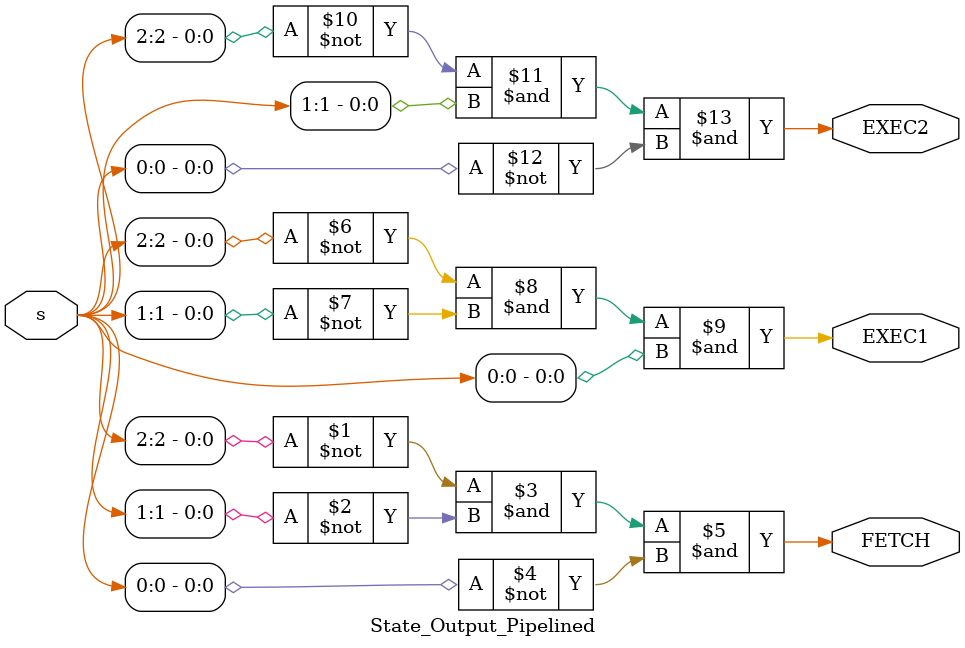
<source format=v>
module State_Output_Pipelined
(
	input [2:0]s,
	output FETCH, EXEC1, EXEC2

);

	assign FETCH = ~s[2] & ~s[1] & ~s[0];
	assign EXEC1 = ~s[2] & ~s[1] &  s[0];
	assign EXEC2 = ~s[2] &  s[1] & ~s[0];

endmodule 
</source>
